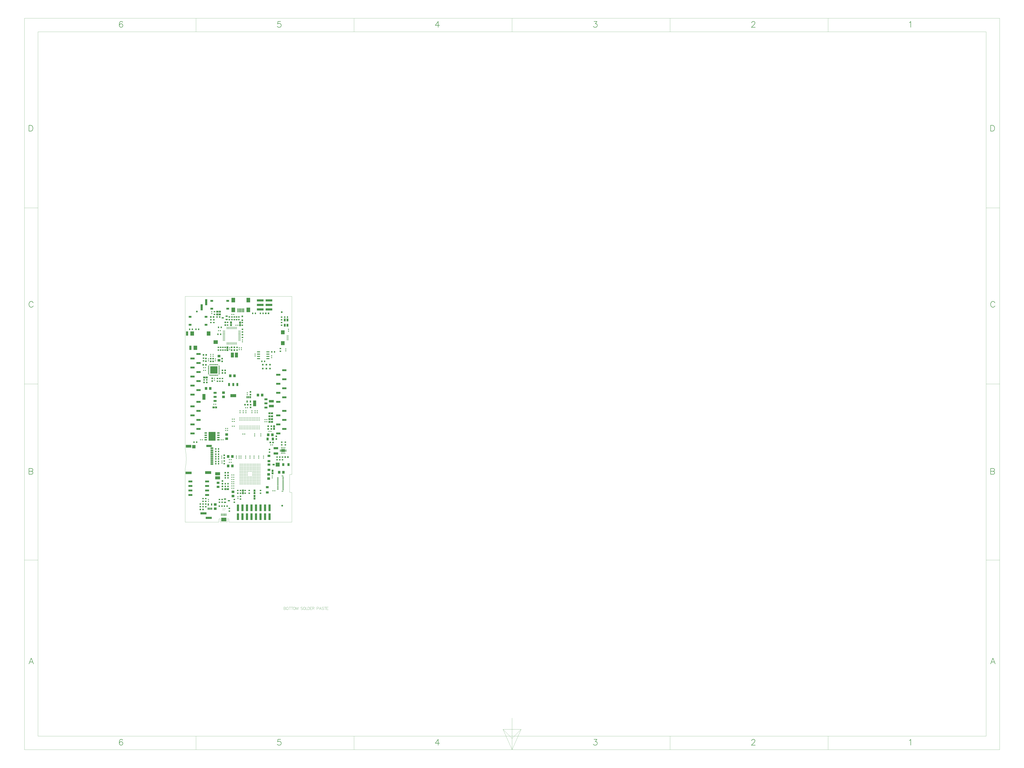
<source format=gbp>
G04*
G04 #@! TF.GenerationSoftware,Altium Limited,Altium Designer,20.2.6 (244)*
G04*
G04 Layer_Color=128*
%FSLAX43Y43*%
%MOMM*%
G71*
G04*
G04 #@! TF.SameCoordinates,3E902E38-8288-4ECE-AB23-8A7451E8E44E*
G04*
G04*
G04 #@! TF.FilePolarity,Positive*
G04*
G01*
G75*
%ADD10C,0.102*%
%ADD11C,0.025*%
%ADD12C,0.254*%
%ADD16R,0.813X0.889*%
%ADD17C,0.152*%
%ADD18R,0.559X0.559*%
%ADD19R,0.787X0.813*%
%ADD20R,0.813X0.787*%
%ADD21C,1.016*%
%ADD22R,1.803X2.692*%
%ADD23R,2.692X1.803*%
%ADD24R,1.600X1.295*%
%ADD25R,1.270X3.683*%
%ADD26R,3.683X1.270*%
%ADD27R,1.270X3.429*%
%ADD28R,3.429X1.270*%
%ADD29R,2.413X1.016*%
%ADD30R,2.286X1.016*%
%ADD31R,0.635X1.143*%
%ADD32R,1.143X0.635*%
%ADD33R,1.016X1.803*%
%ADD34R,3.302X1.803*%
%ADD35R,1.803X3.302*%
%ADD36R,1.803X1.016*%
%ADD37R,0.406X0.787*%
%ADD38P,0.027X8X22.5*%
%ADD39R,1.778X0.559*%
%ADD40R,0.813X0.813*%
%ADD41O,0.813X0.279*%
%ADD42O,0.279X0.813*%
%ADD43R,4.115X4.115*%
%ADD44R,1.219X2.489*%
%ADD45R,2.007X2.489*%
%ADD46R,2.489X2.007*%
%ADD47R,1.524X1.016*%
%ADD48R,1.905X1.956*%
%ADD49R,3.505X1.600*%
%ADD50R,3.099X1.194*%
%ADD51R,1.600X0.813*%
%ADD52R,1.600X0.838*%
%ADD53R,3.429X1.397*%
%ADD54R,3.073X1.524*%
%ADD55R,0.406X1.346*%
%ADD56R,2.896X2.007*%
%ADD57R,2.007X2.515*%
%ADD58R,0.508X2.261*%
%ADD59R,0.279X1.346*%
%ADD60R,1.346X0.279*%
%ADD61R,1.118X1.499*%
%ADD62R,1.350X0.800*%
%ADD63R,4.000X5.000*%
%ADD64C,0.400*%
%ADD65R,0.813X0.305*%
%ADD66R,1.118X0.406*%
%ADD67R,2.007X2.184*%
%ADD68R,1.245X0.279*%
%ADD69R,1.143X0.813*%
%ADD70R,2.286X2.261*%
%ADD71R,2.800X1.350*%
%ADD72R,1.600X1.450*%
%ADD73C,0.406*%
%ADD74C,0.249*%
%ADD75R,2.540X1.168*%
%ADD76R,1.168X1.524*%
%ADD77R,1.524X1.168*%
%ADD78R,0.889X0.813*%
%ADD79R,1.450X1.600*%
G36*
X24638Y18034D02*
X23717D01*
X23209Y18542D01*
X23717Y19050D01*
X24638D01*
Y18034D01*
D02*
G37*
G36*
X23095Y18682D02*
X22953Y18540D01*
X23459Y18034D01*
X22098D01*
Y19050D01*
X23463D01*
X23095Y18682D01*
D02*
G37*
G36*
X33020Y16923D02*
X32652Y17291D01*
X32510Y17433D01*
X32004Y16927D01*
Y18288D01*
X33020D01*
Y16923D01*
D02*
G37*
G36*
Y16669D02*
Y15748D01*
X32004D01*
Y16669D01*
X32512Y17177D01*
X33020Y16669D01*
D02*
G37*
G36*
X39497Y14319D02*
X38989Y13811D01*
X38481Y14319D01*
Y15240D01*
X39497D01*
Y14319D01*
D02*
G37*
G36*
X38849Y13697D02*
X38991Y13555D01*
X39497Y14061D01*
Y12700D01*
X38481D01*
Y14065D01*
X38849Y13697D01*
D02*
G37*
G36*
X39497Y16923D02*
X39129Y17291D01*
X38987Y17433D01*
X38481Y16927D01*
Y18288D01*
X39497D01*
Y16923D01*
D02*
G37*
G36*
Y16669D02*
Y15748D01*
X38481D01*
Y16669D01*
X38989Y17177D01*
X39497Y16669D01*
D02*
G37*
G36*
X49657Y28543D02*
X49149Y28035D01*
X48641Y28543D01*
Y29464D01*
X49657D01*
Y28543D01*
D02*
G37*
G36*
X49009Y27921D02*
X49151Y27779D01*
X49657Y28285D01*
Y26924D01*
X48641D01*
Y28289D01*
X49009Y27921D01*
D02*
G37*
G36*
X56118Y40784D02*
X57018D01*
Y40384D01*
X56118D01*
Y40134D01*
X57018D01*
Y39734D01*
X56118D01*
Y39459D01*
X54118D01*
Y39734D01*
X53218D01*
Y40134D01*
X54118D01*
Y40384D01*
X53218D01*
Y40784D01*
X54118D01*
Y41059D01*
X56118D01*
Y40784D01*
D02*
G37*
G36*
X50546Y53118D02*
X50178Y53486D01*
X50036Y53628D01*
X49530Y53122D01*
Y54483D01*
X50546D01*
Y53118D01*
D02*
G37*
G36*
Y52864D02*
Y51943D01*
X49530D01*
Y52864D01*
X50038Y53372D01*
X50546Y52864D01*
D02*
G37*
G36*
X49403Y57404D02*
X48482D01*
X47974Y57912D01*
X48482Y58420D01*
X49403D01*
Y57404D01*
D02*
G37*
G36*
X47860Y58052D02*
X47718Y57910D01*
X48224Y57404D01*
X46863D01*
Y58420D01*
X48228D01*
X47860Y58052D01*
D02*
G37*
G36*
X49403Y55880D02*
X48482D01*
X47974Y56388D01*
X48482Y56896D01*
X49403D01*
Y55880D01*
D02*
G37*
G36*
X47860Y56528D02*
X47718Y56386D01*
X48224Y55880D01*
X46863D01*
Y56896D01*
X48228D01*
X47860Y56528D01*
D02*
G37*
G36*
X20066Y117856D02*
X18701D01*
X19069Y118224D01*
X19211Y118366D01*
X18705Y118872D01*
X20066D01*
Y117856D01*
D02*
G37*
G36*
X18955Y118364D02*
X18447Y117856D01*
X17526D01*
Y118872D01*
X18447D01*
X18955Y118364D01*
D02*
G37*
G36*
X20066Y116332D02*
X19145D01*
X18637Y116840D01*
X19145Y117348D01*
X20066D01*
Y116332D01*
D02*
G37*
G36*
X18523Y116980D02*
X18381Y116838D01*
X18887Y116332D01*
X17526D01*
Y117348D01*
X18891D01*
X18523Y116980D01*
D02*
G37*
G36*
X26289Y111982D02*
X25781Y111474D01*
X25273Y111982D01*
Y112903D01*
X26289D01*
Y111982D01*
D02*
G37*
G36*
X31369Y111411D02*
X31001Y111779D01*
X30859Y111921D01*
X30353Y111415D01*
Y112776D01*
X31369D01*
Y111411D01*
D02*
G37*
G36*
X25641Y111360D02*
X25783Y111218D01*
X26289Y111724D01*
Y110363D01*
X25273D01*
Y111728D01*
X25641Y111360D01*
D02*
G37*
G36*
X31369Y111157D02*
Y110236D01*
X30353D01*
Y111157D01*
X30861Y111665D01*
X31369Y111157D01*
D02*
G37*
G36*
X24257Y97885D02*
X23749Y97377D01*
X23241Y97885D01*
Y98806D01*
X24257D01*
Y97885D01*
D02*
G37*
G36*
X23609Y97263D02*
X23751Y97121D01*
X24257Y97627D01*
Y96266D01*
X23241D01*
Y97631D01*
X23609Y97263D01*
D02*
G37*
G36*
X12700Y80899D02*
X11335D01*
X11703Y81267D01*
X11845Y81409D01*
X11339Y81915D01*
X12700D01*
Y80899D01*
D02*
G37*
G36*
X11589Y81407D02*
X11081Y80899D01*
X10160D01*
Y81915D01*
X11081D01*
X11589Y81407D01*
D02*
G37*
G36*
X17907Y64008D02*
X16542D01*
X16910Y64376D01*
X17052Y64518D01*
X16546Y65024D01*
X17907D01*
Y64008D01*
D02*
G37*
G36*
X16796Y64516D02*
X16288Y64008D01*
X15367D01*
Y65024D01*
X16288D01*
X16796Y64516D01*
D02*
G37*
G36*
X49403Y60706D02*
X48482D01*
X47974Y61214D01*
X48482Y61722D01*
X49403D01*
Y60706D01*
D02*
G37*
G36*
X47860Y61354D02*
X47718Y61212D01*
X48224Y60706D01*
X46863D01*
Y61722D01*
X48228D01*
X47860Y61354D01*
D02*
G37*
G36*
X49403Y59055D02*
X48482D01*
X47974Y59563D01*
X48482Y60071D01*
X49403D01*
Y59055D01*
D02*
G37*
G36*
X47860Y59703D02*
X47718Y59561D01*
X48224Y59055D01*
X46863D01*
Y60071D01*
X48228D01*
X47860Y59703D01*
D02*
G37*
D10*
X55499Y-47752D02*
Y-49276D01*
Y-47752D02*
X56152D01*
X56370Y-47825D01*
X56442Y-47897D01*
X56515Y-48043D01*
Y-48188D01*
X56442Y-48333D01*
X56370Y-48405D01*
X56152Y-48478D01*
X55499D02*
X56152D01*
X56370Y-48550D01*
X56442Y-48623D01*
X56515Y-48768D01*
Y-48986D01*
X56442Y-49131D01*
X56370Y-49203D01*
X56152Y-49276D01*
X55499D01*
X57291Y-47752D02*
X57146Y-47825D01*
X57001Y-47970D01*
X56928Y-48115D01*
X56856Y-48333D01*
Y-48696D01*
X56928Y-48913D01*
X57001Y-49058D01*
X57146Y-49203D01*
X57291Y-49276D01*
X57581D01*
X57726Y-49203D01*
X57872Y-49058D01*
X57944Y-48913D01*
X58017Y-48696D01*
Y-48333D01*
X57944Y-48115D01*
X57872Y-47970D01*
X57726Y-47825D01*
X57581Y-47752D01*
X57291D01*
X58880D02*
Y-49276D01*
X58372Y-47752D02*
X59388D01*
X60077D02*
Y-49276D01*
X59569Y-47752D02*
X60585D01*
X61202D02*
X61057Y-47825D01*
X60912Y-47970D01*
X60839Y-48115D01*
X60767Y-48333D01*
Y-48696D01*
X60839Y-48913D01*
X60912Y-49058D01*
X61057Y-49203D01*
X61202Y-49276D01*
X61492D01*
X61637Y-49203D01*
X61782Y-49058D01*
X61855Y-48913D01*
X61927Y-48696D01*
Y-48333D01*
X61855Y-48115D01*
X61782Y-47970D01*
X61637Y-47825D01*
X61492Y-47752D01*
X61202D01*
X62283D02*
Y-49276D01*
Y-47752D02*
X62863Y-49276D01*
X63444Y-47752D02*
X62863Y-49276D01*
X63444Y-47752D02*
Y-49276D01*
X66092Y-47970D02*
X65947Y-47825D01*
X65729Y-47752D01*
X65439D01*
X65221Y-47825D01*
X65076Y-47970D01*
Y-48115D01*
X65149Y-48260D01*
X65221Y-48333D01*
X65367Y-48405D01*
X65802Y-48550D01*
X65947Y-48623D01*
X66020Y-48696D01*
X66092Y-48841D01*
Y-49058D01*
X65947Y-49203D01*
X65729Y-49276D01*
X65439D01*
X65221Y-49203D01*
X65076Y-49058D01*
X66869Y-47752D02*
X66723Y-47825D01*
X66578Y-47970D01*
X66506Y-48115D01*
X66433Y-48333D01*
Y-48696D01*
X66506Y-48913D01*
X66578Y-49058D01*
X66723Y-49203D01*
X66869Y-49276D01*
X67159D01*
X67304Y-49203D01*
X67449Y-49058D01*
X67522Y-48913D01*
X67594Y-48696D01*
Y-48333D01*
X67522Y-48115D01*
X67449Y-47970D01*
X67304Y-47825D01*
X67159Y-47752D01*
X66869D01*
X67950D02*
Y-49276D01*
X68820D01*
X68987Y-47752D02*
Y-49276D01*
Y-47752D02*
X69495D01*
X69713Y-47825D01*
X69858Y-47970D01*
X69930Y-48115D01*
X70003Y-48333D01*
Y-48696D01*
X69930Y-48913D01*
X69858Y-49058D01*
X69713Y-49203D01*
X69495Y-49276D01*
X68987D01*
X71287Y-47752D02*
X70344D01*
Y-49276D01*
X71287D01*
X70344Y-48478D02*
X70924D01*
X71541Y-47752D02*
Y-49276D01*
Y-47752D02*
X72194D01*
X72412Y-47825D01*
X72484Y-47897D01*
X72557Y-48043D01*
Y-48188D01*
X72484Y-48333D01*
X72412Y-48405D01*
X72194Y-48478D01*
X71541D01*
X72049D02*
X72557Y-49276D01*
X74095Y-48550D02*
X74748D01*
X74966Y-48478D01*
X75038Y-48405D01*
X75111Y-48260D01*
Y-48043D01*
X75038Y-47897D01*
X74966Y-47825D01*
X74748Y-47752D01*
X74095D01*
Y-49276D01*
X76613D02*
X76032Y-47752D01*
X75452Y-49276D01*
X75670Y-48768D02*
X76395D01*
X77984Y-47970D02*
X77839Y-47825D01*
X77621Y-47752D01*
X77331D01*
X77113Y-47825D01*
X76968Y-47970D01*
Y-48115D01*
X77041Y-48260D01*
X77113Y-48333D01*
X77259Y-48405D01*
X77694Y-48550D01*
X77839Y-48623D01*
X77912Y-48696D01*
X77984Y-48841D01*
Y-49058D01*
X77839Y-49203D01*
X77621Y-49276D01*
X77331D01*
X77113Y-49203D01*
X76968Y-49058D01*
X78833Y-47752D02*
Y-49276D01*
X78325Y-47752D02*
X79341D01*
X80465D02*
X79522D01*
Y-49276D01*
X80465D01*
X79522Y-48478D02*
X80103D01*
D11*
X59746Y26797D02*
G03*
X60000Y27051I0J254D01*
G01*
X0Y29845D02*
G03*
X0Y41402I-25591J5779D01*
G01*
X60000Y16510D02*
G03*
X59746Y16764I-254J0D01*
G01*
X58713Y17018D02*
G03*
X58967Y16764I254J0D01*
G01*
Y26797D02*
G03*
X58713Y26543I0J-254D01*
G01*
X-90424Y-128016D02*
Y283464D01*
X458216D01*
Y-128016D02*
Y283464D01*
X-90424Y-128016D02*
X458216D01*
X183896Y275844D02*
Y283464D01*
Y-128016D02*
X188976Y-116586D01*
X178816D02*
X188976D01*
X178816D02*
X183896Y-128016D01*
Y-110236D01*
Y-121666D02*
X188976Y-116586D01*
X178816D02*
X183896Y-121666D01*
X450596Y176784D02*
X458216D01*
X450596Y77724D02*
X458216D01*
X450596Y-21336D02*
X458216D01*
X361696Y-128016D02*
Y-120396D01*
X272796Y-128016D02*
Y-120396D01*
X183896Y-128016D02*
Y-120396D01*
X94996Y-128016D02*
Y-120396D01*
X6096Y-128016D02*
Y-120396D01*
X361696Y275844D02*
Y283464D01*
X272796Y275844D02*
Y283464D01*
X94996Y275844D02*
Y283464D01*
X6096Y275844D02*
Y283464D01*
X-90424Y176784D02*
X-82804D01*
X-90424Y77724D02*
X-82804D01*
X-90424Y-21336D02*
X-82804D01*
X326136Y-120396D02*
X450596D01*
Y123444D01*
X-82804Y275844D02*
X450596D01*
Y82804D02*
Y275844D01*
Y123444D02*
Y219964D01*
X-82804Y-120396D02*
X326136D01*
X-82804D02*
Y275844D01*
X-90424Y-21336D02*
X-82804D01*
X450596Y77724D02*
X458216D01*
X361696Y275844D02*
Y283464D01*
X-90424Y176784D02*
X-82804D01*
X6096Y-128016D02*
Y-120396D01*
X450596Y-21336D02*
X458216D01*
X326136Y-120396D02*
X450596D01*
Y123444D01*
X-90424Y-128016D02*
Y283464D01*
X458216D01*
Y-128016D02*
Y283464D01*
X-90424Y-128016D02*
X458216D01*
X272796D02*
Y-120396D01*
X-82804D02*
Y275844D01*
X183896Y-128016D02*
Y-120396D01*
Y-121666D02*
X188976Y-116586D01*
X178816D02*
X183896Y-121666D01*
Y-128016D02*
X188976Y-116586D01*
X178816D02*
X188976D01*
X178816D02*
X183896Y-128016D01*
Y-110236D01*
X361696Y-128016D02*
Y-120396D01*
X-90424Y77724D02*
X-82804D01*
X272796Y275844D02*
Y283464D01*
X450596Y176784D02*
X458216D01*
X94996Y275844D02*
Y283464D01*
X183896Y275844D02*
Y283464D01*
X450596Y123444D02*
Y219964D01*
X-82804Y275844D02*
X450596D01*
Y82804D02*
Y275844D01*
X6096D02*
Y283464D01*
X-82804Y-120396D02*
X326136D01*
X94996Y-128016D02*
Y-120396D01*
X0Y41402D02*
Y127000D01*
X60000D01*
Y27051D02*
Y127000D01*
Y27051D02*
Y127000D01*
X0D02*
X60000D01*
X0Y41402D02*
Y127000D01*
Y0D02*
Y29845D01*
Y0D02*
X18917D01*
Y1785D01*
X19017Y1885D01*
X19667D01*
X19767Y1785D01*
Y0D02*
Y1785D01*
Y0D02*
X23667D01*
Y1785D01*
X23767Y1885D01*
X24417D01*
X24517Y1785D01*
Y0D02*
Y1785D01*
Y0D02*
X60000D01*
Y16510D01*
X58967Y16764D02*
X59746D01*
X58713Y17018D02*
Y26543D01*
X58967Y26797D02*
X59746D01*
X58967D02*
X59746D01*
D12*
X453136Y223265D02*
Y219964D01*
Y223265D02*
X454236D01*
X454708Y223108D01*
X455022Y222794D01*
X455180Y222479D01*
X455337Y222008D01*
Y221222D01*
X455180Y220750D01*
X455022Y220436D01*
X454708Y220121D01*
X454236Y219964D01*
X453136D01*
X455494Y123419D02*
X455337Y123734D01*
X455022Y124048D01*
X454708Y124205D01*
X454079D01*
X453765Y124048D01*
X453450Y123734D01*
X453293Y123419D01*
X453136Y122948D01*
Y122162D01*
X453293Y121690D01*
X453450Y121376D01*
X453765Y121061D01*
X454079Y120904D01*
X454708D01*
X455022Y121061D01*
X455337Y121376D01*
X455494Y121690D01*
X453136Y30225D02*
Y26924D01*
Y30225D02*
X454551D01*
X455022Y30068D01*
X455180Y29911D01*
X455337Y29596D01*
Y29282D01*
X455180Y28968D01*
X455022Y28810D01*
X454551Y28653D01*
X453136D02*
X454551D01*
X455022Y28496D01*
X455180Y28339D01*
X455337Y28024D01*
Y27553D01*
X455180Y27238D01*
X455022Y27081D01*
X454551Y26924D01*
X453136D01*
X455651Y-79756D02*
X454394Y-76455D01*
X453136Y-79756D01*
X453608Y-78656D02*
X455180D01*
X407416Y-122804D02*
X407730Y-122646D01*
X408202Y-122175D01*
Y-125476D01*
X318673Y-122961D02*
Y-122804D01*
X318830Y-122489D01*
X318988Y-122332D01*
X319302Y-122175D01*
X319931D01*
X320245Y-122332D01*
X320402Y-122489D01*
X320560Y-122804D01*
Y-123118D01*
X320402Y-123432D01*
X320088Y-123904D01*
X318516Y-125476D01*
X320717D01*
X229930Y-122175D02*
X231660D01*
X230716Y-123432D01*
X231188D01*
X231502Y-123590D01*
X231660Y-123747D01*
X231817Y-124218D01*
Y-124533D01*
X231660Y-125004D01*
X231345Y-125319D01*
X230874Y-125476D01*
X230402D01*
X229930Y-125319D01*
X229773Y-125162D01*
X229616Y-124847D01*
X142288Y-122175D02*
X140716Y-124376D01*
X143074D01*
X142288Y-122175D02*
Y-125476D01*
X53702Y-122175D02*
X52130D01*
X51973Y-123590D01*
X52130Y-123432D01*
X52602Y-123275D01*
X53074D01*
X53545Y-123432D01*
X53860Y-123747D01*
X54017Y-124218D01*
Y-124533D01*
X53860Y-125004D01*
X53545Y-125319D01*
X53074Y-125476D01*
X52602D01*
X52130Y-125319D01*
X51973Y-125162D01*
X51816Y-124847D01*
X-35198Y-122646D02*
X-35355Y-122332D01*
X-35826Y-122175D01*
X-36141D01*
X-36612Y-122332D01*
X-36927Y-122804D01*
X-37084Y-123590D01*
Y-124376D01*
X-36927Y-125004D01*
X-36612Y-125319D01*
X-36141Y-125476D01*
X-35984D01*
X-35512Y-125319D01*
X-35198Y-125004D01*
X-35040Y-124533D01*
Y-124376D01*
X-35198Y-123904D01*
X-35512Y-123590D01*
X-35984Y-123432D01*
X-36141D01*
X-36612Y-123590D01*
X-36927Y-123904D01*
X-37084Y-124376D01*
X407416Y281056D02*
X407730Y281214D01*
X408202Y281685D01*
Y278384D01*
X318673Y280899D02*
Y281056D01*
X318830Y281371D01*
X318988Y281528D01*
X319302Y281685D01*
X319931D01*
X320245Y281528D01*
X320402Y281371D01*
X320560Y281056D01*
Y280742D01*
X320402Y280428D01*
X320088Y279956D01*
X318516Y278384D01*
X320717D01*
X229930Y281685D02*
X231660D01*
X230716Y280428D01*
X231188D01*
X231502Y280270D01*
X231660Y280113D01*
X231817Y279642D01*
Y279327D01*
X231660Y278856D01*
X231345Y278541D01*
X230874Y278384D01*
X230402D01*
X229930Y278541D01*
X229773Y278698D01*
X229616Y279013D01*
X142288Y281685D02*
X140716Y279484D01*
X143074D01*
X142288Y281685D02*
Y278384D01*
X53702Y281685D02*
X52130D01*
X51973Y280270D01*
X52130Y280428D01*
X52602Y280585D01*
X53074D01*
X53545Y280428D01*
X53860Y280113D01*
X54017Y279642D01*
Y279327D01*
X53860Y278856D01*
X53545Y278541D01*
X53074Y278384D01*
X52602D01*
X52130Y278541D01*
X51973Y278698D01*
X51816Y279013D01*
X-35198Y281214D02*
X-35355Y281528D01*
X-35826Y281685D01*
X-36141D01*
X-36612Y281528D01*
X-36927Y281056D01*
X-37084Y280270D01*
Y279484D01*
X-36927Y278856D01*
X-36612Y278541D01*
X-36141Y278384D01*
X-35984D01*
X-35512Y278541D01*
X-35198Y278856D01*
X-35040Y279327D01*
Y279484D01*
X-35198Y279956D01*
X-35512Y280270D01*
X-35984Y280428D01*
X-36141D01*
X-36612Y280270D01*
X-36927Y279956D01*
X-37084Y279484D01*
X-85369Y-79756D02*
X-86626Y-76455D01*
X-87884Y-79756D01*
X-87412Y-78656D02*
X-85840D01*
X-87884Y30225D02*
Y26924D01*
Y30225D02*
X-86469D01*
X-85998Y30068D01*
X-85840Y29911D01*
X-85683Y29596D01*
Y29282D01*
X-85840Y28968D01*
X-85998Y28810D01*
X-86469Y28653D01*
X-87884D02*
X-86469D01*
X-85998Y28496D01*
X-85840Y28339D01*
X-85683Y28024D01*
Y27553D01*
X-85840Y27238D01*
X-85998Y27081D01*
X-86469Y26924D01*
X-87884D01*
X-85526Y123419D02*
X-85683Y123734D01*
X-85998Y124048D01*
X-86312Y124205D01*
X-86941D01*
X-87255Y124048D01*
X-87570Y123734D01*
X-87727Y123419D01*
X-87884Y122948D01*
Y122162D01*
X-87727Y121690D01*
X-87570Y121376D01*
X-87255Y121061D01*
X-86941Y120904D01*
X-86312D01*
X-85998Y121061D01*
X-85683Y121376D01*
X-85526Y121690D01*
X-87884Y223265D02*
Y219964D01*
Y223265D02*
X-86784D01*
X-86312Y223108D01*
X-85998Y222794D01*
X-85840Y222479D01*
X-85683Y222008D01*
Y221222D01*
X-85840Y220750D01*
X-85998Y220436D01*
X-86312Y220121D01*
X-86784Y219964D01*
X-87884D01*
X-85369Y-79756D02*
X-86626Y-76455D01*
X-87884Y-79756D01*
X-87412Y-78656D02*
X-85840D01*
X453136Y223265D02*
Y219964D01*
Y223265D02*
X454236D01*
X454708Y223108D01*
X455022Y222794D01*
X455180Y222479D01*
X455337Y222008D01*
Y221222D01*
X455180Y220750D01*
X455022Y220436D01*
X454708Y220121D01*
X454236Y219964D01*
X453136D01*
X-85526Y123419D02*
X-85683Y123734D01*
X-85998Y124048D01*
X-86312Y124205D01*
X-86941D01*
X-87255Y124048D01*
X-87570Y123734D01*
X-87727Y123419D01*
X-87884Y122948D01*
Y122162D01*
X-87727Y121690D01*
X-87570Y121376D01*
X-87255Y121061D01*
X-86941Y120904D01*
X-86312D01*
X-85998Y121061D01*
X-85683Y121376D01*
X-85526Y121690D01*
X407416Y281056D02*
X407730Y281214D01*
X408202Y281685D01*
Y278384D01*
X53702Y-122175D02*
X52130D01*
X51973Y-123590D01*
X52130Y-123432D01*
X52602Y-123275D01*
X53074D01*
X53545Y-123432D01*
X53860Y-123747D01*
X54017Y-124218D01*
Y-124533D01*
X53860Y-125004D01*
X53545Y-125319D01*
X53074Y-125476D01*
X52602D01*
X52130Y-125319D01*
X51973Y-125162D01*
X51816Y-124847D01*
X455494Y123419D02*
X455337Y123734D01*
X455022Y124048D01*
X454708Y124205D01*
X454079D01*
X453765Y124048D01*
X453450Y123734D01*
X453293Y123419D01*
X453136Y122948D01*
Y122162D01*
X453293Y121690D01*
X453450Y121376D01*
X453765Y121061D01*
X454079Y120904D01*
X454708D01*
X455022Y121061D01*
X455337Y121376D01*
X455494Y121690D01*
X142288Y-122175D02*
X140716Y-124376D01*
X143074D01*
X142288Y-122175D02*
Y-125476D01*
X318673Y280899D02*
Y281056D01*
X318830Y281371D01*
X318988Y281528D01*
X319302Y281685D01*
X319931D01*
X320245Y281528D01*
X320402Y281371D01*
X320560Y281056D01*
Y280742D01*
X320402Y280428D01*
X320088Y279956D01*
X318516Y278384D01*
X320717D01*
X-35198Y281214D02*
X-35355Y281528D01*
X-35826Y281685D01*
X-36141D01*
X-36612Y281528D01*
X-36927Y281056D01*
X-37084Y280270D01*
Y279484D01*
X-36927Y278856D01*
X-36612Y278541D01*
X-36141Y278384D01*
X-35984D01*
X-35512Y278541D01*
X-35198Y278856D01*
X-35040Y279327D01*
Y279484D01*
X-35198Y279956D01*
X-35512Y280270D01*
X-35984Y280428D01*
X-36141D01*
X-36612Y280270D01*
X-36927Y279956D01*
X-37084Y279484D01*
X-87884Y223265D02*
Y219964D01*
Y223265D02*
X-86784D01*
X-86312Y223108D01*
X-85998Y222794D01*
X-85840Y222479D01*
X-85683Y222008D01*
Y221222D01*
X-85840Y220750D01*
X-85998Y220436D01*
X-86312Y220121D01*
X-86784Y219964D01*
X-87884D01*
X53702Y281685D02*
X52130D01*
X51973Y280270D01*
X52130Y280428D01*
X52602Y280585D01*
X53074D01*
X53545Y280428D01*
X53860Y280113D01*
X54017Y279642D01*
Y279327D01*
X53860Y278856D01*
X53545Y278541D01*
X53074Y278384D01*
X52602D01*
X52130Y278541D01*
X51973Y278698D01*
X51816Y279013D01*
X-35198Y-122646D02*
X-35355Y-122332D01*
X-35826Y-122175D01*
X-36141D01*
X-36612Y-122332D01*
X-36927Y-122804D01*
X-37084Y-123590D01*
Y-124376D01*
X-36927Y-125004D01*
X-36612Y-125319D01*
X-36141Y-125476D01*
X-35984D01*
X-35512Y-125319D01*
X-35198Y-125004D01*
X-35040Y-124533D01*
Y-124376D01*
X-35198Y-123904D01*
X-35512Y-123590D01*
X-35984Y-123432D01*
X-36141D01*
X-36612Y-123590D01*
X-36927Y-123904D01*
X-37084Y-124376D01*
X229930Y-122175D02*
X231660D01*
X230716Y-123432D01*
X231188D01*
X231502Y-123590D01*
X231660Y-123747D01*
X231817Y-124218D01*
Y-124533D01*
X231660Y-125004D01*
X231345Y-125319D01*
X230874Y-125476D01*
X230402D01*
X229930Y-125319D01*
X229773Y-125162D01*
X229616Y-124847D01*
X453136Y30225D02*
Y26924D01*
Y30225D02*
X454551D01*
X455022Y30068D01*
X455180Y29911D01*
X455337Y29596D01*
Y29282D01*
X455180Y28968D01*
X455022Y28810D01*
X454551Y28653D01*
X453136D02*
X454551D01*
X455022Y28496D01*
X455180Y28339D01*
X455337Y28024D01*
Y27553D01*
X455180Y27238D01*
X455022Y27081D01*
X454551Y26924D01*
X453136D01*
X229930Y281685D02*
X231660D01*
X230716Y280428D01*
X231188D01*
X231502Y280270D01*
X231660Y280113D01*
X231817Y279642D01*
Y279327D01*
X231660Y278856D01*
X231345Y278541D01*
X230874Y278384D01*
X230402D01*
X229930Y278541D01*
X229773Y278698D01*
X229616Y279013D01*
X455651Y-79756D02*
X454394Y-76455D01*
X453136Y-79756D01*
X453608Y-78656D02*
X455180D01*
X-87884Y30225D02*
Y26924D01*
Y30225D02*
X-86469D01*
X-85998Y30068D01*
X-85840Y29911D01*
X-85683Y29596D01*
Y29282D01*
X-85840Y28968D01*
X-85998Y28810D01*
X-86469Y28653D01*
X-87884D02*
X-86469D01*
X-85998Y28496D01*
X-85840Y28339D01*
X-85683Y28024D01*
Y27553D01*
X-85840Y27238D01*
X-85998Y27081D01*
X-86469Y26924D01*
X-87884D01*
X407416Y-122804D02*
X407730Y-122646D01*
X408202Y-122175D01*
Y-125476D01*
X142288Y281685D02*
X140716Y279484D01*
X143074D01*
X142288Y281685D02*
Y278384D01*
X318673Y-122961D02*
Y-122804D01*
X318830Y-122489D01*
X318988Y-122332D01*
X319302Y-122175D01*
X319931D01*
X320245Y-122332D01*
X320402Y-122489D01*
X320560Y-122804D01*
Y-123118D01*
X320402Y-123432D01*
X320088Y-123904D01*
X318516Y-125476D01*
X320717D01*
D16*
X51308Y46736D02*
D03*
Y48260D02*
D03*
X11684Y90551D02*
D03*
Y92075D02*
D03*
X46736Y53975D02*
D03*
Y52451D02*
D03*
X48514Y53975D02*
D03*
Y52451D02*
D03*
X21971Y37592D02*
D03*
Y36068D02*
D03*
X22606Y112395D02*
D03*
Y110871D02*
D03*
X27686Y98298D02*
D03*
Y96774D02*
D03*
X20828Y91948D02*
D03*
Y90424D02*
D03*
X20955Y20066D02*
D03*
Y18542D02*
D03*
Y23114D02*
D03*
Y21590D02*
D03*
X15748Y91948D02*
D03*
Y90424D02*
D03*
X14351Y91948D02*
D03*
Y90424D02*
D03*
X36830Y66040D02*
D03*
Y64516D02*
D03*
X26162Y98298D02*
D03*
Y96774D02*
D03*
X15240Y80899D02*
D03*
Y79375D02*
D03*
X36703Y73279D02*
D03*
Y71755D02*
D03*
D17*
X19558Y118364D02*
D03*
X18034D02*
D03*
X24130Y18542D02*
D03*
X22606D02*
D03*
X30861Y110744D02*
D03*
Y112268D02*
D03*
X17399Y64516D02*
D03*
X15875D02*
D03*
X23749Y98298D02*
D03*
Y96774D02*
D03*
X47371Y61214D02*
D03*
X48895D02*
D03*
Y57912D02*
D03*
X47371D02*
D03*
X38989Y13208D02*
D03*
Y14732D02*
D03*
X50038Y52451D02*
D03*
Y53975D02*
D03*
X32512Y17780D02*
D03*
Y16256D02*
D03*
X49149Y28956D02*
D03*
Y27432D02*
D03*
X12192Y81407D02*
D03*
X10668D02*
D03*
X48895Y59563D02*
D03*
X47371D02*
D03*
Y56388D02*
D03*
X48895D02*
D03*
X38989Y16256D02*
D03*
Y17780D02*
D03*
X25781Y110871D02*
D03*
Y112395D02*
D03*
X19558Y116840D02*
D03*
X18034D02*
D03*
D18*
X15748Y94361D02*
D03*
Y93345D02*
D03*
X8636Y46355D02*
D03*
X9652D02*
D03*
X27305Y25273D02*
D03*
X26289D02*
D03*
X16129Y66294D02*
D03*
X17145D02*
D03*
X23876Y51562D02*
D03*
X22860D02*
D03*
X27305Y26543D02*
D03*
X26289D02*
D03*
X34036Y37084D02*
D03*
Y36068D02*
D03*
X20574Y37084D02*
D03*
Y36068D02*
D03*
X24892Y33655D02*
D03*
X25908D02*
D03*
X28829Y37084D02*
D03*
Y36068D02*
D03*
X38735Y37084D02*
D03*
Y36068D02*
D03*
X27305Y19054D02*
D03*
X26289D02*
D03*
X27305Y24003D02*
D03*
X26289D02*
D03*
X27559Y56642D02*
D03*
X26543D02*
D03*
X30861Y62611D02*
D03*
Y61595D02*
D03*
X27559Y57912D02*
D03*
X26543D02*
D03*
X27559Y53975D02*
D03*
X26543D02*
D03*
X42545Y49530D02*
D03*
Y48514D02*
D03*
X45974Y57658D02*
D03*
X44958D02*
D03*
X34925Y72771D02*
D03*
Y71755D02*
D03*
X11430Y86868D02*
D03*
X10414D02*
D03*
X11430Y85344D02*
D03*
X10414D02*
D03*
X49149Y43434D02*
D03*
X48133D02*
D03*
X50419Y17653D02*
D03*
X49403D02*
D03*
X48260Y51054D02*
D03*
X47244D02*
D03*
X23876Y52705D02*
D03*
X22860D02*
D03*
X21336Y46355D02*
D03*
X20320D02*
D03*
X58166Y108458D02*
D03*
Y107442D02*
D03*
X16510Y80899D02*
D03*
Y79883D02*
D03*
X17018Y91821D02*
D03*
Y90805D02*
D03*
X13081Y91821D02*
D03*
Y90805D02*
D03*
X25019Y98044D02*
D03*
Y97028D02*
D03*
X48641Y93599D02*
D03*
Y92583D02*
D03*
X35052Y64389D02*
D03*
X34036D02*
D03*
X31623Y98044D02*
D03*
Y97028D02*
D03*
X32258Y102489D02*
D03*
Y101473D02*
D03*
X29591Y110744D02*
D03*
X28575D02*
D03*
X19812Y107696D02*
D03*
X18796D02*
D03*
X40513Y62611D02*
D03*
Y61595D02*
D03*
X39116Y49530D02*
D03*
Y48514D02*
D03*
X37592Y62611D02*
D03*
Y61595D02*
D03*
X45974Y56515D02*
D03*
X44958D02*
D03*
X33528Y49530D02*
D03*
X32512D02*
D03*
X34163Y62611D02*
D03*
Y61595D02*
D03*
X39370Y62611D02*
D03*
Y61595D02*
D03*
X32639Y62611D02*
D03*
Y61595D02*
D03*
X36449Y37084D02*
D03*
Y36068D02*
D03*
X27305Y20320D02*
D03*
X26289D02*
D03*
X30353Y37084D02*
D03*
Y36068D02*
D03*
X27305Y21590D02*
D03*
X26289D02*
D03*
X41402Y37084D02*
D03*
Y36068D02*
D03*
X49022Y24892D02*
D03*
Y25908D02*
D03*
X27305Y22733D02*
D03*
X26289D02*
D03*
X31369Y37084D02*
D03*
Y36068D02*
D03*
X44069Y37084D02*
D03*
Y36068D02*
D03*
X24892Y35179D02*
D03*
X25908D02*
D03*
X14986Y118364D02*
D03*
Y117348D02*
D03*
X56642Y97409D02*
D03*
Y96393D02*
D03*
X29718Y14351D02*
D03*
Y13335D02*
D03*
X20701Y34290D02*
D03*
Y33274D02*
D03*
X30480Y98044D02*
D03*
Y97028D02*
D03*
X39370Y94488D02*
D03*
Y93472D02*
D03*
X27305Y116840D02*
D03*
X26289D02*
D03*
X13081Y12700D02*
D03*
Y11684D02*
D03*
X14351Y94361D02*
D03*
Y93345D02*
D03*
D19*
X57531Y115316D02*
D03*
X56007D02*
D03*
X20320Y109601D02*
D03*
X18796D02*
D03*
X24130Y24892D02*
D03*
X22606D02*
D03*
X7620Y108458D02*
D03*
X6096D02*
D03*
X20701Y9017D02*
D03*
X19177D02*
D03*
X23622D02*
D03*
X22098D02*
D03*
X12192Y80010D02*
D03*
X10668D02*
D03*
X44704Y90424D02*
D03*
X43180D02*
D03*
X19939Y105664D02*
D03*
X18415D02*
D03*
X39497Y117475D02*
D03*
X37973D02*
D03*
X18796Y34163D02*
D03*
X17272D02*
D03*
X18796Y32893D02*
D03*
X17272D02*
D03*
X50292Y95758D02*
D03*
X48768D02*
D03*
X24130Y21590D02*
D03*
X22606D02*
D03*
X24130Y20066D02*
D03*
X22606D02*
D03*
X18796Y38227D02*
D03*
X17272D02*
D03*
X18796Y35560D02*
D03*
X17272D02*
D03*
X6477Y44958D02*
D03*
X4953D02*
D03*
X18796Y41148D02*
D03*
X17272D02*
D03*
X19431Y115443D02*
D03*
X17907D02*
D03*
X18796Y39751D02*
D03*
X17272D02*
D03*
X4064Y108458D02*
D03*
X2540D02*
D03*
X43815Y117475D02*
D03*
X42291D02*
D03*
X18796Y36830D02*
D03*
X17272D02*
D03*
D20*
X28956Y113919D02*
D03*
Y115443D02*
D03*
X10033Y13259D02*
D03*
Y11735D02*
D03*
X47498Y40894D02*
D03*
Y39370D02*
D03*
X42418Y17780D02*
D03*
Y16256D02*
D03*
X21971Y34417D02*
D03*
Y32893D02*
D03*
X54229Y112268D02*
D03*
Y110744D02*
D03*
X11557Y10160D02*
D03*
Y8636D02*
D03*
Y13259D02*
D03*
Y11735D02*
D03*
X10287Y92202D02*
D03*
Y90678D02*
D03*
X54229Y115316D02*
D03*
Y113792D02*
D03*
X26289Y115443D02*
D03*
Y113919D02*
D03*
X31115Y17780D02*
D03*
Y16256D02*
D03*
X20955Y80772D02*
D03*
Y79248D02*
D03*
X24892Y7747D02*
D03*
Y6223D02*
D03*
X8509Y10160D02*
D03*
Y8636D02*
D03*
X27686Y12700D02*
D03*
Y11176D02*
D03*
X32258Y105410D02*
D03*
Y103886D02*
D03*
X22479Y98298D02*
D03*
Y96774D02*
D03*
X54356Y44958D02*
D03*
Y43434D02*
D03*
X29591Y17780D02*
D03*
Y16256D02*
D03*
X21209Y98298D02*
D03*
Y96774D02*
D03*
X51689Y36576D02*
D03*
Y35052D02*
D03*
X23876Y112395D02*
D03*
Y110871D02*
D03*
X20828Y12700D02*
D03*
Y11176D02*
D03*
X36068Y17780D02*
D03*
Y16256D02*
D03*
X33782Y17780D02*
D03*
Y16256D02*
D03*
X19558Y80772D02*
D03*
Y79248D02*
D03*
X18161Y80772D02*
D03*
Y79248D02*
D03*
X10033Y10160D02*
D03*
Y8636D02*
D03*
X19304Y12700D02*
D03*
Y11176D02*
D03*
X32258Y108458D02*
D03*
Y106934D02*
D03*
X18669Y98298D02*
D03*
Y96774D02*
D03*
X19939Y98298D02*
D03*
Y96774D02*
D03*
X53213Y36576D02*
D03*
Y35052D02*
D03*
X53594Y97663D02*
D03*
Y96139D02*
D03*
X32131Y112268D02*
D03*
Y110744D02*
D03*
X56388Y44958D02*
D03*
Y43434D02*
D03*
X54737Y36576D02*
D03*
Y35052D02*
D03*
X16129Y113792D02*
D03*
Y112268D02*
D03*
X14478Y113792D02*
D03*
Y112268D02*
D03*
X31115Y14478D02*
D03*
Y12954D02*
D03*
X24892Y115443D02*
D03*
Y113919D02*
D03*
X30226Y115443D02*
D03*
Y113919D02*
D03*
X27686Y115443D02*
D03*
Y113919D02*
D03*
X16510Y118364D02*
D03*
Y116840D02*
D03*
X29210Y98298D02*
D03*
Y96774D02*
D03*
D21*
X54610Y9271D02*
D03*
X54356Y118110D02*
D03*
X6604Y118491D02*
D03*
D22*
X28836Y93980D02*
D03*
X26536D02*
D03*
D23*
X18288Y27185D02*
D03*
Y24885D02*
D03*
D24*
X18542Y19805D02*
D03*
Y22105D02*
D03*
D25*
X29718Y3113D02*
D03*
Y8063D02*
D03*
X32258Y3113D02*
D03*
Y8063D02*
D03*
X34798Y3113D02*
D03*
Y8063D02*
D03*
X37338Y3113D02*
D03*
Y8063D02*
D03*
X39878Y3113D02*
D03*
Y8063D02*
D03*
X42418Y3113D02*
D03*
Y8063D02*
D03*
X44958Y3113D02*
D03*
Y8063D02*
D03*
X47498Y3113D02*
D03*
Y8063D02*
D03*
D26*
X42229Y119634D02*
D03*
Y122174D02*
D03*
Y124714D02*
D03*
X47179Y119634D02*
D03*
Y122174D02*
D03*
Y124714D02*
D03*
D27*
X11811Y123761D02*
D03*
X9271Y120841D02*
D03*
D28*
X10351Y4953D02*
D03*
X13271Y2413D02*
D03*
D29*
X4128Y71755D02*
D03*
Y76835D02*
D03*
Y81915D02*
D03*
Y86995D02*
D03*
Y92075D02*
D03*
X7556Y74295D02*
D03*
Y79375D02*
D03*
Y84455D02*
D03*
Y89535D02*
D03*
Y94615D02*
D03*
X52388Y67691D02*
D03*
Y72771D02*
D03*
Y77851D02*
D03*
Y82931D02*
D03*
X55817Y70231D02*
D03*
Y75311D02*
D03*
Y80391D02*
D03*
Y85471D02*
D03*
X52388Y49911D02*
D03*
Y54991D02*
D03*
Y60071D02*
D03*
X55817Y52451D02*
D03*
Y57531D02*
D03*
Y62611D02*
D03*
X7556Y67691D02*
D03*
Y62611D02*
D03*
Y57531D02*
D03*
Y52451D02*
D03*
X4128Y65151D02*
D03*
Y60071D02*
D03*
Y54991D02*
D03*
Y49911D02*
D03*
D30*
X2922Y15240D02*
D03*
Y17780D02*
D03*
Y20320D02*
D03*
Y22860D02*
D03*
X12318Y15240D02*
D03*
Y17780D02*
D03*
Y20320D02*
D03*
Y22860D02*
D03*
D31*
X14920Y9963D02*
D03*
Y7563D02*
D03*
X13970D02*
D03*
X13020Y9963D02*
D03*
Y7563D02*
D03*
X34864Y67888D02*
D03*
Y70288D02*
D03*
X35814D02*
D03*
X36764Y67888D02*
D03*
Y70288D02*
D03*
D32*
X22395Y11115D02*
D03*
Y13015D02*
D03*
X24595Y12065D02*
D03*
X23325Y115885D02*
D03*
Y113985D02*
D03*
X21125Y114935D02*
D03*
D33*
X24751Y77445D02*
D03*
X29351D02*
D03*
X27051D02*
D03*
D34*
Y71145D02*
D03*
D35*
X39141Y66802D02*
D03*
X10566Y70485D02*
D03*
D36*
X45441Y64502D02*
D03*
Y66802D02*
D03*
Y69102D02*
D03*
X16866Y72785D02*
D03*
Y70485D02*
D03*
Y68185D02*
D03*
D37*
X54143Y38784D02*
D03*
Y41734D02*
D03*
X54793Y38784D02*
D03*
Y41734D02*
D03*
X55443Y38784D02*
D03*
Y41734D02*
D03*
X56093Y38784D02*
D03*
Y41734D02*
D03*
D38*
X55118Y40259D02*
D03*
D39*
X41318Y91948D02*
D03*
Y93218D02*
D03*
Y94488D02*
D03*
Y95758D02*
D03*
X46566Y91948D02*
D03*
Y93218D02*
D03*
Y94488D02*
D03*
Y95758D02*
D03*
D40*
X32131Y113556D02*
D03*
Y115806D02*
D03*
X45720Y88628D02*
D03*
Y86378D02*
D03*
X47752Y88628D02*
D03*
Y86378D02*
D03*
X43688Y88628D02*
D03*
Y86378D02*
D03*
D41*
X13179Y83348D02*
D03*
Y83848D02*
D03*
Y84348D02*
D03*
Y84848D02*
D03*
Y85348D02*
D03*
Y85848D02*
D03*
Y86348D02*
D03*
Y86848D02*
D03*
Y87348D02*
D03*
Y87848D02*
D03*
X19079Y83348D02*
D03*
Y83848D02*
D03*
Y84348D02*
D03*
Y84848D02*
D03*
Y85348D02*
D03*
Y85848D02*
D03*
Y86348D02*
D03*
Y86848D02*
D03*
Y87348D02*
D03*
Y87848D02*
D03*
D42*
X13879Y82648D02*
D03*
Y88548D02*
D03*
X14379Y82648D02*
D03*
Y88548D02*
D03*
X14879Y82648D02*
D03*
Y88548D02*
D03*
X15379Y82648D02*
D03*
Y88548D02*
D03*
X15879Y82648D02*
D03*
Y88548D02*
D03*
X16379Y82648D02*
D03*
Y88548D02*
D03*
X16879Y82648D02*
D03*
Y88548D02*
D03*
X17379Y82648D02*
D03*
Y88548D02*
D03*
X17879Y82648D02*
D03*
Y88548D02*
D03*
X18379Y82648D02*
D03*
Y88548D02*
D03*
D43*
X16129Y85598D02*
D03*
D44*
X2953Y98108D02*
D03*
X1053Y106108D02*
D03*
D45*
X3953D02*
D03*
X5753Y98108D02*
D03*
X13153Y106108D02*
D03*
D46*
X17203Y101308D02*
D03*
D47*
X23931Y124523D02*
D03*
Y120078D02*
D03*
X14931Y124523D02*
D03*
Y120078D02*
D03*
X11739Y115507D02*
D03*
Y111062D02*
D03*
X2739Y115507D02*
D03*
Y111062D02*
D03*
D48*
X4871Y42467D02*
D03*
D49*
X12921Y27842D02*
D03*
D50*
X13421Y42842D02*
D03*
D51*
X15071Y32717D02*
D03*
Y33817D02*
D03*
Y34917D02*
D03*
Y36017D02*
D03*
Y37117D02*
D03*
Y38217D02*
D03*
Y39317D02*
D03*
Y40417D02*
D03*
D52*
Y41567D02*
D03*
D53*
X1914Y27739D02*
D03*
D54*
X1921Y42692D02*
D03*
D55*
X20417Y4135D02*
D03*
X21067D02*
D03*
X21717D02*
D03*
X22367D02*
D03*
X23017D02*
D03*
D56*
X21717Y1460D02*
D03*
D57*
X27068Y119426D02*
D03*
Y124926D02*
D03*
X35568Y119426D02*
D03*
Y124926D02*
D03*
D58*
X29718Y119126D02*
D03*
X30518D02*
D03*
X31318D02*
D03*
X32118D02*
D03*
X32918D02*
D03*
D59*
X25412Y100552D02*
D03*
Y109252D02*
D03*
X25912Y100552D02*
D03*
Y109252D02*
D03*
X26412Y100552D02*
D03*
Y109252D02*
D03*
X26912Y100552D02*
D03*
Y109252D02*
D03*
X27412Y100552D02*
D03*
Y109252D02*
D03*
X27912Y100552D02*
D03*
Y109252D02*
D03*
X28412Y100552D02*
D03*
Y109252D02*
D03*
X28912Y100552D02*
D03*
Y109252D02*
D03*
X23412Y100552D02*
D03*
Y109252D02*
D03*
X23912Y100552D02*
D03*
Y109252D02*
D03*
X24412Y100552D02*
D03*
Y109252D02*
D03*
X24912Y100552D02*
D03*
Y109252D02*
D03*
D60*
X30512Y102152D02*
D03*
Y102652D02*
D03*
Y103152D02*
D03*
Y103652D02*
D03*
Y104152D02*
D03*
Y104652D02*
D03*
Y105152D02*
D03*
Y105652D02*
D03*
Y106152D02*
D03*
Y106652D02*
D03*
Y107152D02*
D03*
Y107652D02*
D03*
X21812Y102152D02*
D03*
Y102652D02*
D03*
Y103152D02*
D03*
Y103652D02*
D03*
Y104152D02*
D03*
Y104652D02*
D03*
Y105152D02*
D03*
Y105652D02*
D03*
Y106152D02*
D03*
Y106652D02*
D03*
Y107152D02*
D03*
Y107652D02*
D03*
D61*
X56055Y110767D02*
D03*
Y113767D02*
D03*
X57555Y110767D02*
D03*
Y113767D02*
D03*
D62*
X18700Y46350D02*
D03*
Y47620D02*
D03*
Y48890D02*
D03*
Y50160D02*
D03*
X11550Y46350D02*
D03*
Y47620D02*
D03*
Y48890D02*
D03*
Y50160D02*
D03*
D63*
X15125Y48255D02*
D03*
D64*
X30595Y58826D02*
D03*
Y58026D02*
D03*
Y57226D02*
D03*
Y54026D02*
D03*
Y53226D02*
D03*
Y52426D02*
D03*
X31395Y58826D02*
D03*
Y58026D02*
D03*
Y57226D02*
D03*
Y54026D02*
D03*
Y53226D02*
D03*
Y52426D02*
D03*
X32195Y58826D02*
D03*
Y58026D02*
D03*
Y57226D02*
D03*
Y54026D02*
D03*
Y53226D02*
D03*
Y52426D02*
D03*
X32995Y58826D02*
D03*
Y58026D02*
D03*
Y57226D02*
D03*
Y54026D02*
D03*
Y53226D02*
D03*
Y52426D02*
D03*
X33795Y58826D02*
D03*
Y58026D02*
D03*
Y57226D02*
D03*
Y54026D02*
D03*
Y53226D02*
D03*
Y52426D02*
D03*
X34595Y58826D02*
D03*
Y58026D02*
D03*
Y57226D02*
D03*
Y54026D02*
D03*
Y53226D02*
D03*
Y52426D02*
D03*
X35395Y58826D02*
D03*
Y58026D02*
D03*
Y57226D02*
D03*
Y54026D02*
D03*
Y53226D02*
D03*
Y52426D02*
D03*
X36195Y58826D02*
D03*
Y58026D02*
D03*
Y57226D02*
D03*
Y54026D02*
D03*
Y53226D02*
D03*
Y52426D02*
D03*
X36995Y58826D02*
D03*
Y58026D02*
D03*
Y57226D02*
D03*
Y54026D02*
D03*
Y53226D02*
D03*
Y52426D02*
D03*
X37795Y58826D02*
D03*
Y58026D02*
D03*
Y57226D02*
D03*
Y54026D02*
D03*
Y53226D02*
D03*
Y52426D02*
D03*
X38595Y58826D02*
D03*
Y58026D02*
D03*
Y57226D02*
D03*
Y54026D02*
D03*
Y53226D02*
D03*
Y52426D02*
D03*
X39395Y58826D02*
D03*
Y58026D02*
D03*
Y57226D02*
D03*
Y54026D02*
D03*
Y53226D02*
D03*
Y52426D02*
D03*
X40195Y58826D02*
D03*
Y58026D02*
D03*
Y57226D02*
D03*
Y54026D02*
D03*
Y53226D02*
D03*
Y52426D02*
D03*
X40995Y58826D02*
D03*
Y58026D02*
D03*
Y57226D02*
D03*
Y54026D02*
D03*
Y53226D02*
D03*
Y52426D02*
D03*
X41795Y58826D02*
D03*
Y58026D02*
D03*
Y57226D02*
D03*
Y54026D02*
D03*
Y53226D02*
D03*
Y52426D02*
D03*
D65*
X52175Y18417D02*
D03*
Y19017D02*
D03*
Y19617D02*
D03*
Y20217D02*
D03*
Y20817D02*
D03*
Y21417D02*
D03*
Y22017D02*
D03*
Y22617D02*
D03*
Y23217D02*
D03*
Y23817D02*
D03*
Y24417D02*
D03*
Y25017D02*
D03*
X55075Y18117D02*
D03*
Y18717D02*
D03*
Y19317D02*
D03*
Y19917D02*
D03*
Y20517D02*
D03*
Y21117D02*
D03*
Y21717D02*
D03*
Y22317D02*
D03*
Y22917D02*
D03*
Y23517D02*
D03*
Y24117D02*
D03*
Y24717D02*
D03*
Y25317D02*
D03*
D66*
X54725Y26017D02*
D03*
Y17417D02*
D03*
D67*
X54910Y100709D02*
D03*
Y106809D02*
D03*
D68*
X57635Y102509D02*
D03*
Y103009D02*
D03*
Y103509D02*
D03*
Y104009D02*
D03*
Y104509D02*
D03*
Y105009D02*
D03*
D69*
X49784Y32385D02*
D03*
D70*
X52070D02*
D03*
D71*
X48514Y68050D02*
D03*
Y65300D02*
D03*
D72*
X23368Y46958D02*
D03*
Y49308D02*
D03*
X26924Y14700D02*
D03*
Y17050D02*
D03*
X19000Y93375D02*
D03*
Y91025D02*
D03*
X46980Y24520D02*
D03*
Y26870D02*
D03*
X16891Y9938D02*
D03*
Y7588D02*
D03*
X21590Y72803D02*
D03*
Y70453D02*
D03*
D73*
X30849Y25451D02*
D03*
Y26251D02*
D03*
Y27051D02*
D03*
Y27851D02*
D03*
Y28651D02*
D03*
Y29451D02*
D03*
Y30251D02*
D03*
Y31051D02*
D03*
Y31851D02*
D03*
Y32651D02*
D03*
Y21451D02*
D03*
Y22251D02*
D03*
Y23051D02*
D03*
Y23851D02*
D03*
Y24651D02*
D03*
X31649Y25451D02*
D03*
Y26251D02*
D03*
Y27051D02*
D03*
Y27851D02*
D03*
Y28651D02*
D03*
Y29451D02*
D03*
Y30251D02*
D03*
Y31051D02*
D03*
Y31851D02*
D03*
Y32651D02*
D03*
Y21451D02*
D03*
Y22251D02*
D03*
Y23051D02*
D03*
Y23851D02*
D03*
Y24651D02*
D03*
X32449Y25451D02*
D03*
Y26251D02*
D03*
Y27051D02*
D03*
Y27851D02*
D03*
Y28651D02*
D03*
Y29451D02*
D03*
Y30251D02*
D03*
Y31051D02*
D03*
Y31851D02*
D03*
Y32651D02*
D03*
Y21451D02*
D03*
Y22251D02*
D03*
Y23051D02*
D03*
Y23851D02*
D03*
Y24651D02*
D03*
X33249Y25451D02*
D03*
Y26251D02*
D03*
Y27051D02*
D03*
Y27851D02*
D03*
Y28651D02*
D03*
Y29451D02*
D03*
Y30251D02*
D03*
Y31051D02*
D03*
Y31851D02*
D03*
Y32651D02*
D03*
Y21451D02*
D03*
Y22251D02*
D03*
Y23051D02*
D03*
Y23851D02*
D03*
Y24651D02*
D03*
X34049Y25451D02*
D03*
Y26251D02*
D03*
Y27051D02*
D03*
Y27851D02*
D03*
Y28651D02*
D03*
Y29451D02*
D03*
Y30251D02*
D03*
Y31051D02*
D03*
Y31851D02*
D03*
Y32651D02*
D03*
Y21451D02*
D03*
Y22251D02*
D03*
Y23051D02*
D03*
Y23851D02*
D03*
Y24651D02*
D03*
X34849Y25451D02*
D03*
Y26251D02*
D03*
Y27051D02*
D03*
Y27851D02*
D03*
Y28651D02*
D03*
Y29451D02*
D03*
Y30251D02*
D03*
Y31051D02*
D03*
Y31851D02*
D03*
Y32651D02*
D03*
Y21451D02*
D03*
Y22251D02*
D03*
Y23051D02*
D03*
Y23851D02*
D03*
Y24651D02*
D03*
X35649Y25451D02*
D03*
Y28651D02*
D03*
Y29451D02*
D03*
Y30251D02*
D03*
Y31051D02*
D03*
Y31851D02*
D03*
Y32651D02*
D03*
Y21451D02*
D03*
Y22251D02*
D03*
Y23051D02*
D03*
Y23851D02*
D03*
Y24651D02*
D03*
X36449Y25451D02*
D03*
Y28651D02*
D03*
Y29451D02*
D03*
Y30251D02*
D03*
Y31051D02*
D03*
Y31851D02*
D03*
Y32651D02*
D03*
Y21451D02*
D03*
Y22251D02*
D03*
Y23051D02*
D03*
Y23851D02*
D03*
Y24651D02*
D03*
X37249Y25451D02*
D03*
Y28651D02*
D03*
Y29451D02*
D03*
Y30251D02*
D03*
Y31051D02*
D03*
Y31851D02*
D03*
Y32651D02*
D03*
Y21451D02*
D03*
Y22251D02*
D03*
Y23051D02*
D03*
Y23851D02*
D03*
Y24651D02*
D03*
X38049Y25451D02*
D03*
Y26251D02*
D03*
Y27051D02*
D03*
Y27851D02*
D03*
Y28651D02*
D03*
Y29451D02*
D03*
Y30251D02*
D03*
Y31051D02*
D03*
Y31851D02*
D03*
Y32651D02*
D03*
Y21451D02*
D03*
Y22251D02*
D03*
Y23051D02*
D03*
Y23851D02*
D03*
Y24651D02*
D03*
X38849Y25451D02*
D03*
Y26251D02*
D03*
Y27051D02*
D03*
Y27851D02*
D03*
Y28651D02*
D03*
Y29451D02*
D03*
Y30251D02*
D03*
Y31051D02*
D03*
Y31851D02*
D03*
Y32651D02*
D03*
Y21451D02*
D03*
Y22251D02*
D03*
Y23051D02*
D03*
Y23851D02*
D03*
Y24651D02*
D03*
X39649Y25451D02*
D03*
Y26251D02*
D03*
Y27051D02*
D03*
Y27851D02*
D03*
Y28651D02*
D03*
Y29451D02*
D03*
Y30251D02*
D03*
Y31051D02*
D03*
Y31851D02*
D03*
Y32651D02*
D03*
Y21451D02*
D03*
Y22251D02*
D03*
Y23051D02*
D03*
Y23851D02*
D03*
Y24651D02*
D03*
X40449Y25451D02*
D03*
Y26251D02*
D03*
Y27051D02*
D03*
Y27851D02*
D03*
Y28651D02*
D03*
Y29451D02*
D03*
Y30251D02*
D03*
Y31051D02*
D03*
Y31851D02*
D03*
Y32651D02*
D03*
Y21451D02*
D03*
Y22251D02*
D03*
Y23051D02*
D03*
Y23851D02*
D03*
Y24651D02*
D03*
X41249Y25451D02*
D03*
Y26251D02*
D03*
Y27051D02*
D03*
Y27851D02*
D03*
Y28651D02*
D03*
Y29451D02*
D03*
Y30251D02*
D03*
Y31051D02*
D03*
Y31851D02*
D03*
Y32651D02*
D03*
Y21451D02*
D03*
Y22251D02*
D03*
Y23051D02*
D03*
Y23851D02*
D03*
Y24651D02*
D03*
X42049Y25451D02*
D03*
Y26251D02*
D03*
Y27051D02*
D03*
Y27851D02*
D03*
Y28651D02*
D03*
Y29451D02*
D03*
Y30251D02*
D03*
Y31051D02*
D03*
Y31851D02*
D03*
Y32651D02*
D03*
Y21451D02*
D03*
Y22251D02*
D03*
Y23051D02*
D03*
Y23851D02*
D03*
Y24651D02*
D03*
D74*
X21145Y6739D02*
D03*
Y7239D02*
D03*
Y7739D02*
D03*
X21645Y6739D02*
D03*
Y7239D02*
D03*
Y7739D02*
D03*
X22145Y6739D02*
D03*
Y7239D02*
D03*
Y7739D02*
D03*
X22645Y7239D02*
D03*
Y7739D02*
D03*
D75*
X51054Y38659D02*
D03*
Y41605D02*
D03*
D76*
X58115Y32385D02*
D03*
X55169D02*
D03*
X49352Y46736D02*
D03*
X46406D02*
D03*
D77*
X46228Y16688D02*
D03*
Y19634D02*
D03*
X47117Y32334D02*
D03*
Y29388D02*
D03*
Y37287D02*
D03*
Y34341D02*
D03*
D78*
X46863Y117475D02*
D03*
X45339D02*
D03*
X49403Y44831D02*
D03*
X47879D02*
D03*
X35179Y66040D02*
D03*
X33655D02*
D03*
X12192Y78613D02*
D03*
X10668D02*
D03*
X10033Y7112D02*
D03*
X8509D02*
D03*
X11811Y94107D02*
D03*
X10287D02*
D03*
X24130Y26289D02*
D03*
X22606D02*
D03*
X24130Y27813D02*
D03*
X22606D02*
D03*
X11684Y88519D02*
D03*
X10160D02*
D03*
X57785Y36576D02*
D03*
X56261D02*
D03*
X22479Y85344D02*
D03*
X20955D02*
D03*
X16002Y115443D02*
D03*
X14478D02*
D03*
X22479Y83947D02*
D03*
X20955D02*
D03*
D79*
X46704Y49149D02*
D03*
X49054D02*
D03*
X24225Y31623D02*
D03*
X26575D02*
D03*
X55277Y28067D02*
D03*
X52927D02*
D03*
X24225Y36957D02*
D03*
X26575D02*
D03*
X25368Y82296D02*
D03*
X27718D02*
D03*
X14129Y75184D02*
D03*
X11779D02*
D03*
X43339Y71501D02*
D03*
X40989D02*
D03*
M02*

</source>
